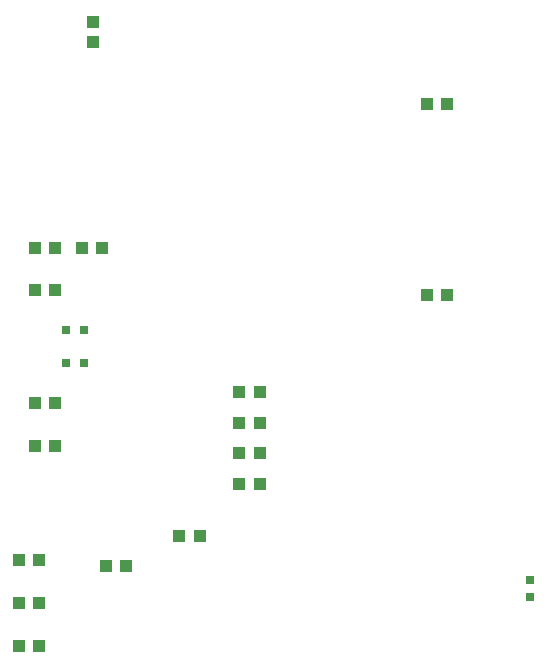
<source format=gbr>
G04 EAGLE Gerber RS-274X export*
G75*
%MOMM*%
%FSLAX34Y34*%
%LPD*%
%INSolderpaste Top*%
%IPPOS*%
%AMOC8*
5,1,8,0,0,1.08239X$1,22.5*%
G01*
%ADD10R,1.000000X1.100000*%
%ADD11R,0.800000X0.800000*%
%ADD12R,1.100000X1.000000*%


D10*
X165490Y205740D03*
X182490Y205740D03*
D11*
X462280Y168790D03*
X462280Y153790D03*
D10*
X60098Y449578D03*
X43098Y449578D03*
D12*
X82940Y449578D03*
X99940Y449578D03*
X43098Y281940D03*
X60098Y281940D03*
D11*
X69498Y352137D03*
X84498Y352137D03*
D10*
X60098Y318412D03*
X43098Y318412D03*
D11*
X69498Y380287D03*
X84498Y380287D03*
D10*
X60098Y414012D03*
X43098Y414012D03*
D12*
X103260Y180340D03*
X120260Y180340D03*
D10*
X216290Y249860D03*
X233290Y249860D03*
X216290Y275793D03*
X233290Y275793D03*
X216290Y301727D03*
X233290Y301727D03*
X216290Y327660D03*
X233290Y327660D03*
X46600Y149225D03*
X29600Y149225D03*
X29600Y113030D03*
X46600Y113030D03*
X29600Y185420D03*
X46600Y185420D03*
X375040Y410210D03*
X392040Y410210D03*
D12*
X92710Y623960D03*
X92710Y640960D03*
D10*
X375040Y571500D03*
X392040Y571500D03*
M02*

</source>
